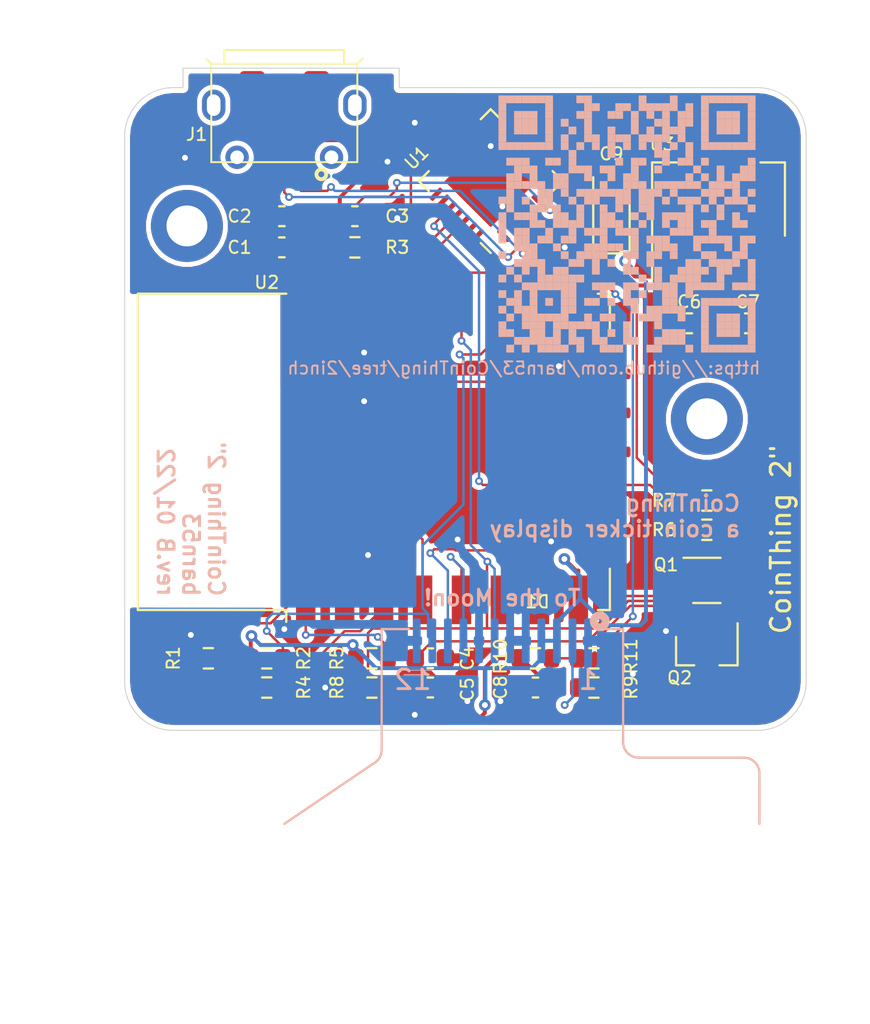
<source format=kicad_pcb>
(kicad_pcb (version 20171130) (host pcbnew "(5.1.9)-1")
  (layers (0 F.Cu signal) (31 B.Cu signal) (34 B.Paste user) (35 F.Paste user) (36 B.SilkS user) (37 F.SilkS user) (38 B.Mask user) (39 F.Mask user) (44 Edge.Cuts user))
  (net 0 "")
  (net 1 GND)
  (net 2 /VDD)
  (net 3 VBUS)
  (net 4 /~Reset)
  (net 5 +3V3)
  (net 6 /~TFT_RES)
  (net 7 /TFT_SDA)
  (net 8 /TFT_SCL)
  (net 9 /GPIO0)
  (net 10 /LEDK)
  (net 11 /D-)
  (net 12 /D+)
  (net 13 /RTS)
  (net 14 /DTR)
  (net 15 /TFT_BL)
  (net 16 /TxD)
  (net 17 /RxD)
  (net 18 "Net-(Q1-Pad2)")
  (net 19 "Net-(Q1-Pad5)")
  (net 20 "Net-(Q2-Pad3)")
  (net 21 "Net-(Q2-Pad1)")
  (net 22 "Net-(R1-Pad1)")
  (net 23 "Net-(R3-Pad2)")
  (net 24 "Net-(R4-Pad2)")
  (net 25 "Net-(J1-Pad4)")
  (net 26 "Net-(U1-Pad1)")
  (net 27 "Net-(U1-Pad2)")
  (net 28 "Net-(U1-Pad10)")
  (net 29 "Net-(U1-Pad11)")
  (net 30 "Net-(U1-Pad12)")
  (net 31 "Net-(U1-Pad13)")
  (net 32 "Net-(U1-Pad14)")
  (net 33 "Net-(U1-Pad15)")
  (net 34 "Net-(U1-Pad16)")
  (net 35 "Net-(U1-Pad17)")
  (net 36 "Net-(U1-Pad18)")
  (net 37 "Net-(U1-Pad19)")
  (net 38 "Net-(U1-Pad20)")
  (net 39 "Net-(U1-Pad21)")
  (net 40 "Net-(U1-Pad22)")
  (net 41 "Net-(U1-Pad23)")
  (net 42 "Net-(U1-Pad27)")
  (net 43 /GPIO5)
  (net 44 "Net-(U2-Pad14)")
  (net 45 "Net-(U2-Pad13)")
  (net 46 "Net-(U2-Pad12)")
  (net 47 "Net-(U2-Pad11)")
  (net 48 "Net-(U2-Pad10)")
  (net 49 "Net-(U2-Pad9)")
  (net 50 "Net-(U2-Pad6)")
  (net 51 "Net-(U2-Pad2)")
  (module barn53-kicad:IPS_Display_240x320_FPC_105deg (layer F.Cu) (at 168.8 84.4)
    (fp_text reference D1 (at -2.6 -2) (layer F.SilkS) (effects (font (size 0.635 0.635) (thickness 0.1016)) (justify mirror)))
    (fp_text value IPSDisplay_240x320)
    (fp_text user 1 (at 0 2) (layer B.SilkS) (effects (justify mirror)))
    (fp_text user 12 (at -9 2) (layer B.SilkS) (effects (justify mirror)))
    (pad 1 smd roundrect (at 0 0) (size 0.4 2.3) (layers B.Cu B.Paste B.Mask) (net 1 GND))
    (pad 2 smd roundrect (at -0.8 0) (size 0.4 2.3) (layers B.Cu B.Paste B.Mask) (net 10 /LEDK))
    (pad 3 smd roundrect (at -1.6 0) (size 0.4 2.3) (layers B.Cu B.Paste B.Mask) (net 5 +3V3))
    (pad 4 smd roundrect (at -2.4 0) (size 0.4 2.3) (layers B.Cu B.Paste B.Mask) (net 5 +3V3))
    (pad 5 smd roundrect (at -3.2 0) (size 0.4 2.3) (layers B.Cu B.Paste B.Mask) (net 1 GND))
    (pad 6 smd roundrect (at -4 0) (size 0.4 2.3) (layers B.Cu B.Paste B.Mask) (net 1 GND))
    (pad 7 smd roundrect (at -4.8 0) (size 0.4 2.3) (layers B.Cu B.Paste B.Mask) (net 9 /GPIO0))
    (pad 8 smd roundrect (at -5.6 0) (size 0.4 2.3) (layers B.Cu B.Paste B.Mask) (net 1 GND))
    (pad 9 smd roundrect (at -6.4 0) (size 0.4 2.3) (layers B.Cu B.Paste B.Mask) (net 8 /TFT_SCL))
    (pad 10 smd roundrect (at -7.2 0) (size 0.4 2.3) (layers B.Cu B.Paste B.Mask) (net 7 /TFT_SDA))
    (pad 11 smd roundrect (at -8 0) (size 0.4 2.3) (layers B.Cu B.Paste B.Mask) (net 6 /~TFT_RES))
    (pad 12 smd roundrect (at -8.8 0) (size 0.4 2.3) (layers B.Cu B.Paste B.Mask) (net 1 GND))
  )
  (module https:__github.com_barn53_CoinThing_tree_2inch (layer B.Cu) (at 170.8 63 180)
    (fp_text reference QR***** hide)
    (fp_text value https://github.com/barn53/CoinThing/tree/2inch (at 5.3 -7.4) (layer B.SilkS) (effects (font (size 0.635 0.635) (thickness 0.1)) (justify mirror)))
  )
  (module Capacitor_SMD:C_0603_1608Metric (layer F.Cu) (at 166.1 86.8 180)
    (fp_text reference C8 (at 1.8 0 270) (layer F.SilkS) (effects (font (size 0.635 0.635) (thickness 0.1016))))
    (fp_text value 100n)
    (pad 1 smd roundrect (at -0.775 0 180) (size 0.9 0.95) (layers F.Cu F.Paste F.Mask) (net 5 +3V3))
    (pad 2 smd roundrect (at 0.775 0 180) (size 0.9 0.95) (layers F.Cu F.Paste F.Mask) (net 1 GND))
  )
  (module Capacitor_SMD:C_0603_1608Metric (layer F.Cu) (at 177 68.1)
    (fp_text reference C7 (at 0 -1.1) (layer F.SilkS) (effects (font (size 0.635 0.635) (thickness 0.1016))))
    (fp_text value 100n)
    (pad 1 smd roundrect (at -0.775 0) (size 0.9 0.95) (layers F.Cu F.Paste F.Mask) (net 3 VBUS))
    (pad 2 smd roundrect (at 0.775 0) (size 0.9 0.95) (layers F.Cu F.Paste F.Mask) (net 1 GND))
  )
  (module Capacitor_SMD:C_0603_1608Metric (layer F.Cu) (at 174 68.1 180)
    (fp_text reference C6 (at 0 1.1) (layer F.SilkS) (effects (font (size 0.635 0.635) (thickness 0.1016))))
    (fp_text value 1u)
    (pad 1 smd roundrect (at -0.775 0 180) (size 0.9 0.95) (layers F.Cu F.Paste F.Mask) (net 3 VBUS))
    (pad 2 smd roundrect (at 0.775 0 180) (size 0.9 0.95) (layers F.Cu F.Paste F.Mask) (net 1 GND))
  )
  (module Capacitor_SMD:C_0603_1608Metric (layer F.Cu) (at 160.7 86.8 180)
    (fp_text reference C5 (at -1.9 -0.1 90) (layer F.SilkS) (effects (font (size 0.635 0.635) (thickness 0.1016))))
    (fp_text value 100n)
    (pad 1 smd roundrect (at -0.775 0 180) (size 0.9 0.95) (layers F.Cu F.Paste F.Mask) (net 5 +3V3))
    (pad 2 smd roundrect (at 0.775 0 180) (size 0.9 0.95) (layers F.Cu F.Paste F.Mask) (net 1 GND))
  )
  (module Capacitor_SMD:C_0603_1608Metric (layer F.Cu) (at 160.7 85.3)
    (fp_text reference C4 (at 1.9 0 90) (layer F.SilkS) (effects (font (size 0.635 0.635) (thickness 0.1016))))
    (fp_text value 100n)
    (pad 1 smd roundrect (at -0.775 0) (size 0.9 0.95) (layers F.Cu F.Paste F.Mask) (net 4 /~Reset))
    (pad 2 smd roundrect (at 0.775 0) (size 0.9 0.95) (layers F.Cu F.Paste F.Mask) (net 1 GND))
  )
  (module Capacitor_SMD:C_0603_1608Metric (layer F.Cu) (at 156.825 62.6)
    (fp_text reference C3 (at 2.175 0) (layer F.SilkS) (effects (font (size 0.635 0.635) (thickness 0.1016))))
    (fp_text value 100n)
    (pad 1 smd roundrect (at -0.775 0) (size 0.9 0.95) (layers F.Cu F.Paste F.Mask) (net 3 VBUS))
    (pad 2 smd roundrect (at 0.775 0) (size 0.9 0.95) (layers F.Cu F.Paste F.Mask) (net 1 GND))
  )
  (module Capacitor_SMD:C_0603_1608Metric (layer F.Cu) (at 153.075 64.2 180)
    (fp_text reference C1 (at 2.175 0) (layer F.SilkS) (effects (font (size 0.635 0.635) (thickness 0.1016))))
    (fp_text value 100n)
    (pad 1 smd roundrect (at -0.775 0 180) (size 0.9 0.95) (layers F.Cu F.Paste F.Mask) (net 2 /VDD))
    (pad 2 smd roundrect (at 0.775 0 180) (size 0.9 0.95) (layers F.Cu F.Paste F.Mask) (net 1 GND))
  )
  (module Capacitor_SMD:C_0603_1608Metric (layer F.Cu) (at 153.075 62.6 180)
    (fp_text reference C2 (at 2.175 0) (layer F.SilkS) (effects (font (size 0.635 0.635) (thickness 0.1016))))
    (fp_text value 4.7u)
    (pad 1 smd roundrect (at -0.775 0 180) (size 0.9 0.95) (layers F.Cu F.Paste F.Mask) (net 3 VBUS))
    (pad 2 smd roundrect (at 0.775 0 180) (size 0.9 0.95) (layers F.Cu F.Paste F.Mask) (net 1 GND))
  )
  (module barn53-kicad:MicroUSB_through_hole_fixing (layer F.Cu) (at 153.2 60.1 180)
    (fp_text reference J1 (at 4.5 1.7 180) (layer F.SilkS) (effects (font (size 0.635 0.635) (thickness 0.1016))))
    (fp_text value USB_B_Micro)
    (pad "" thru_hole oval (at 3.625 3.2) (size 1.2 1.6) (drill oval 0.7 1.1) (layers *.Cu *.Mask))
    (pad "" thru_hole oval (at -3.625 3.2) (size 1.2 1.6) (drill oval 0.7 1.1) (layers *.Cu *.Mask))
    (pad "" thru_hole circle (at 2.425 0.525) (size 1.2 1.2) (drill 0.7) (layers *.Cu *.Mask))
    (pad "" thru_hole circle (at -2.425 0.525) (size 1.2 1.2) (drill 0.7) (layers *.Cu *.Mask))
    (pad 5 smd rect (at 1.3 0 180) (size 0.4 1.6) (layers F.Cu F.Paste F.Mask) (net 1 GND))
    (pad 4 smd rect (at 0.65 0 180) (size 0.4 1.6) (layers F.Cu F.Paste F.Mask) (net 25 "Net-(J1-Pad4)"))
    (pad 3 smd rect (at 0 0 180) (size 0.4 1.6) (layers F.Cu F.Paste F.Mask) (net 12 /D+))
    (pad 2 smd rect (at -0.65 0 180) (size 0.4 1.6) (layers F.Cu F.Paste F.Mask) (net 11 /D-))
    (pad 1 smd rect (at -1.3 0 180) (size 0.4 1.6) (layers F.Cu F.Paste F.Mask) (net 3 VBUS))
    (pad 6 smd roundrect (at -1.65 4.5 180) (size 1.3 0.9) (layers F.Cu F.Paste F.Mask) (net 1 GND))
    (pad 6 smd roundrect (at 1.65 4.5 180) (size 1.3 0.9) (layers F.Cu F.Paste F.Mask) (net 1 GND))
  )
  (module Capacitor_Tantalum_SMD:CP_EIA-3216-18_Kemet-A (layer F.Cu) (at 170 62.2 90)
    (fp_text reference C9 (at 2.8 0) (layer F.SilkS) (effects (font (size 0.635 0.635) (thickness 0.1016))))
    (fp_text value 22u)
    (pad 1 smd roundrect (at -1.35 0 90) (size 1.4 1.35) (layers F.Cu F.Paste F.Mask) (roundrect_rratio 0.185185) (net 5 +3V3))
    (pad 2 smd roundrect (at 1.35 0 90) (size 1.4 1.35) (layers F.Cu F.Paste F.Mask) (roundrect_rratio 0.185185) (net 1 GND))
  )
  (module Resistor_SMD:R_0603_1608Metric (layer F.Cu) (at 149.3 85.3 180)
    (fp_text reference R1 (at 1.8 0 90) (layer F.SilkS) (effects (font (size 0.635 0.635) (thickness 0.1016))))
    (fp_text value 10k)
    (pad 1 smd roundrect (at -0.825 0 180) (size 0.8 0.95) (layers F.Cu F.Paste F.Mask) (net 22 "Net-(R1-Pad1)"))
    (pad 2 smd roundrect (at 0.825 0 180) (size 0.8 0.95) (layers F.Cu F.Paste F.Mask) (net 5 +3V3))
  )
  (module Resistor_SMD:R_0603_1608Metric (layer F.Cu) (at 152.3 85.3 180)
    (fp_text reference R2 (at -1.9 0 90) (layer F.SilkS) (effects (font (size 0.635 0.635) (thickness 0.1016))))
    (fp_text value 10k)
    (pad 1 smd roundrect (at -0.825 0 180) (size 0.8 0.95) (layers F.Cu F.Paste F.Mask) (net 6 /~TFT_RES))
    (pad 2 smd roundrect (at 0.825 0 180) (size 0.8 0.95) (layers F.Cu F.Paste F.Mask) (net 5 +3V3))
  )
  (module Resistor_SMD:R_0603_1608Metric (layer F.Cu) (at 156.825 64.2)
    (fp_text reference R3 (at 2.175 0) (layer F.SilkS) (effects (font (size 0.635 0.635) (thickness 0.1016))))
    (fp_text value 10k)
    (pad 1 smd roundrect (at -0.825 0) (size 0.8 0.95) (layers F.Cu F.Paste F.Mask) (net 2 /VDD))
    (pad 2 smd roundrect (at 0.825 0) (size 0.8 0.95) (layers F.Cu F.Paste F.Mask) (net 23 "Net-(R3-Pad2)"))
  )
  (module Resistor_SMD:R_0603_1608Metric (layer F.Cu) (at 152.3 86.8 180)
    (fp_text reference R4 (at -1.9 0 90) (layer F.SilkS) (effects (font (size 0.635 0.635) (thickness 0.1016))))
    (fp_text value 10k)
    (pad 1 smd roundrect (at -0.825 0 180) (size 0.8 0.95) (layers F.Cu F.Paste F.Mask) (net 1 GND))
    (pad 2 smd roundrect (at 0.825 0 180) (size 0.8 0.95) (layers F.Cu F.Paste F.Mask) (net 24 "Net-(R4-Pad2)"))
  )
  (module Resistor_SMD:R_0603_1608Metric (layer F.Cu) (at 157.7 85.3 180)
    (fp_text reference R5 (at 1.8 0 90) (layer F.SilkS) (effects (font (size 0.635 0.635) (thickness 0.1016))))
    (fp_text value 10k)
    (pad 1 smd roundrect (at -0.825 0 180) (size 0.8 0.95) (layers F.Cu F.Paste F.Mask) (net 4 /~Reset))
    (pad 2 smd roundrect (at 0.825 0 180) (size 0.8 0.95) (layers F.Cu F.Paste F.Mask) (net 5 +3V3))
  )
  (module Resistor_SMD:R_0603_1608Metric (layer F.Cu) (at 174.9 78.7)
    (fp_text reference R6 (at -2.2 0) (layer F.SilkS) (effects (font (size 0.635 0.635) (thickness 0.1016))))
    (fp_text value 10k)
    (pad 1 smd roundrect (at -0.825 0) (size 0.8 0.95) (layers F.Cu F.Paste F.Mask) (net 18 "Net-(Q1-Pad2)"))
    (pad 2 smd roundrect (at 0.825 0) (size 0.8 0.95) (layers F.Cu F.Paste F.Mask) (net 14 /DTR))
  )
  (module Resistor_SMD:R_0603_1608Metric (layer F.Cu) (at 174.9 77.2)
    (fp_text reference R7 (at -2.2 0) (layer F.SilkS) (effects (font (size 0.635 0.635) (thickness 0.1016))))
    (fp_text value 10k)
    (pad 1 smd roundrect (at -0.825 0) (size 0.8 0.95) (layers F.Cu F.Paste F.Mask) (net 13 /RTS))
    (pad 2 smd roundrect (at 0.825 0) (size 0.8 0.95) (layers F.Cu F.Paste F.Mask) (net 19 "Net-(Q1-Pad5)"))
  )
  (module Resistor_SMD:R_0603_1608Metric (layer F.Cu) (at 157.7 86.8)
    (fp_text reference R8 (at -1.8 0 90) (layer F.SilkS) (effects (font (size 0.635 0.635) (thickness 0.1016))))
    (fp_text value 10k)
    (pad 1 smd roundrect (at -0.825 0) (size 0.8 0.95) (layers F.Cu F.Paste F.Mask) (net 9 /GPIO0))
    (pad 2 smd roundrect (at 0.825 0) (size 0.8 0.95) (layers F.Cu F.Paste F.Mask) (net 5 +3V3))
  )
  (module Resistor_SMD:R_0603_1608Metric (layer F.Cu) (at 169.1 86.8)
    (fp_text reference R9 (at 1.9 0 90) (layer F.SilkS) (effects (font (size 0.635 0.635) (thickness 0.1016))))
    (fp_text value 10)
    (pad 1 smd roundrect (at -0.825 0) (size 0.8 0.95) (layers F.Cu F.Paste F.Mask) (net 10 /LEDK))
    (pad 2 smd roundrect (at 0.825 0) (size 0.8 0.95) (layers F.Cu F.Paste F.Mask) (net 20 "Net-(Q2-Pad3)"))
  )
  (module Resistor_SMD:R_0603_1608Metric (layer F.Cu) (at 166.1 85.3 180)
    (fp_text reference R10 (at 1.8 0.1 90) (layer F.SilkS) (effects (font (size 0.635 0.635) (thickness 0.1016))))
    (fp_text value 10k)
    (pad 1 smd roundrect (at -0.825 0 180) (size 0.8 0.95) (layers F.Cu F.Paste F.Mask) (net 21 "Net-(Q2-Pad1)"))
    (pad 2 smd roundrect (at 0.825 0 180) (size 0.8 0.95) (layers F.Cu F.Paste F.Mask) (net 5 +3V3))
  )
  (module Resistor_SMD:R_0603_1608Metric (layer F.Cu) (at 169.1 85.3)
    (fp_text reference R11 (at 1.9 -0.1 90) (layer F.SilkS) (effects (font (size 0.635 0.635) (thickness 0.1016))))
    (fp_text value 1k)
    (pad 1 smd roundrect (at -0.825 0) (size 0.8 0.95) (layers F.Cu F.Paste F.Mask) (net 21 "Net-(Q2-Pad1)"))
    (pad 2 smd roundrect (at 0.825 0) (size 0.8 0.95) (layers F.Cu F.Paste F.Mask) (net 15 /TFT_BL))
  )
  (module MountingHole (layer F.Cu) (at 144.7 62.3)
    (fp_text reference h1 hide)
    (fp_text value MountingHole hide)
    (pad "" thru_hole circle (at 3.5 0.8) (size 3.7 3.7) (drill 2.1) (layers *.Cu *.Mask))
  )
  (module MountingHole (layer F.Cu) (at 171.4 72.2)
    (fp_text reference h2 hide)
    (fp_text value MountingHole hide)
    (pad "" thru_hole circle (at 3.5 0.8) (size 3.7 3.7) (drill 2.1) (layers *.Cu *.Mask))
  )
  (module Package_DFN_QFN:QFN-28-1EP_5x5mm_P0.5mm_EP3.35x3.35mm (layer F.Cu) (at 163.8 60.8 135)
    (fp_text reference U1 (at 3.535534 -1.838478 225) (layer F.SilkS) (effects (font (size 0.635 0.635) (thickness 0.1016))))
    (fp_text value CP2102-GMR_NRND)
    (pad 1 smd roundrect (at -2.45 -1.5 135) (size 0.8 0.25) (layers F.Cu F.Paste F.Mask) (net 26 "Net-(U1-Pad1)"))
    (pad 2 smd roundrect (at -2.45 -1 135) (size 0.8 0.25) (layers F.Cu F.Paste F.Mask) (net 27 "Net-(U1-Pad2)"))
    (pad 3 smd roundrect (at -2.45 -0.5 135) (size 0.8 0.25) (layers F.Cu F.Paste F.Mask) (net 1 GND))
    (pad 4 smd roundrect (at -2.45 0 135) (size 0.8 0.25) (layers F.Cu F.Paste F.Mask) (net 12 /D+))
    (pad 5 smd roundrect (at -2.45 0.5 135) (size 0.8 0.25) (layers F.Cu F.Paste F.Mask) (net 11 /D-))
    (pad 6 smd roundrect (at -2.45 1 135) (size 0.8 0.25) (layers F.Cu F.Paste F.Mask) (net 2 /VDD))
    (pad 7 smd roundrect (at -2.45 1.5 135) (size 0.8 0.25) (layers F.Cu F.Paste F.Mask) (net 3 VBUS))
    (pad 8 smd roundrect (at -1.5 2.45 135) (size 0.25 0.8) (layers F.Cu F.Paste F.Mask) (net 3 VBUS))
    (pad 9 smd roundrect (at -1 2.45 135) (size 0.25 0.8) (layers F.Cu F.Paste F.Mask) (net 23 "Net-(R3-Pad2)"))
    (pad 10 smd roundrect (at -0.5 2.45 135) (size 0.25 0.8) (layers F.Cu F.Paste F.Mask) (net 28 "Net-(U1-Pad10)"))
    (pad 11 smd roundrect (at 0 2.45 135) (size 0.25 0.8) (layers F.Cu F.Paste F.Mask) (net 29 "Net-(U1-Pad11)"))
    (pad 12 smd roundrect (at 0.5 2.45 135) (size 0.25 0.8) (layers F.Cu F.Paste F.Mask) (net 30 "Net-(U1-Pad12)"))
    (pad 13 smd roundrect (at 1 2.45 135) (size 0.25 0.8) (layers F.Cu F.Paste F.Mask) (net 31 "Net-(U1-Pad13)"))
    (pad 14 smd roundrect (at 1.5 2.45 135) (size 0.25 0.8) (layers F.Cu F.Paste F.Mask) (net 32 "Net-(U1-Pad14)"))
    (pad 15 smd roundrect (at 2.45 1.5 135) (size 0.8 0.25) (layers F.Cu F.Paste F.Mask) (net 33 "Net-(U1-Pad15)"))
    (pad 16 smd roundrect (at 2.45 1 135) (size 0.8 0.25) (layers F.Cu F.Paste F.Mask) (net 34 "Net-(U1-Pad16)"))
    (pad 17 smd roundrect (at 2.45 0.5 135) (size 0.8 0.25) (layers F.Cu F.Paste F.Mask) (net 35 "Net-(U1-Pad17)"))
    (pad 18 smd roundrect (at 2.45 0 135) (size 0.8 0.25) (layers F.Cu F.Paste F.Mask) (net 36 "Net-(U1-Pad18)"))
    (pad 19 smd roundrect (at 2.45 -0.5 135) (size 0.8 0.25) (layers F.Cu F.Paste F.Mask) (net 37 "Net-(U1-Pad19)"))
    (pad 20 smd roundrect (at 2.45 -1 135) (size 0.8 0.25) (layers F.Cu F.Paste F.Mask) (net 38 "Net-(U1-Pad20)"))
    (pad 21 smd roundrect (at 2.45 -1.5 135) (size 0.8 0.25) (layers F.Cu F.Paste F.Mask) (net 39 "Net-(U1-Pad21)"))
    (pad 22 smd roundrect (at 1.5 -2.45 135) (size 0.25 0.8) (layers F.Cu F.Paste F.Mask) (net 40 "Net-(U1-Pad22)"))
    (pad 23 smd roundrect (at 1 -2.45 135) (size 0.25 0.8) (layers F.Cu F.Paste F.Mask) (net 41 "Net-(U1-Pad23)"))
    (pad 24 smd roundrect (at 0.5 -2.45 135) (size 0.25 0.8) (layers F.Cu F.Paste F.Mask) (net 13 /RTS))
    (pad 25 smd roundrect (at 0 -2.45 135) (size 0.25 0.8) (layers F.Cu F.Paste F.Mask) (net 17 /RxD))
    (pad 26 smd roundrect (at -0.5 -2.45 135) (size 0.25 0.8) (layers F.Cu F.Paste F.Mask) (net 16 /TxD))
    (pad 27 smd roundrect (at -1 -2.45 135) (size 0.25 0.8) (layers F.Cu F.Paste F.Mask) (net 42 "Net-(U1-Pad27)"))
    (pad 28 smd roundrect (at -1.5 -2.45 135) (size 0.25 0.8) (layers F.Cu F.Paste F.Mask) (net 14 /DTR))
    (pad 29 smd rect (at 0 0 135) (size 3.35 3.35) (layers F.Cu F.Mask) (net 1 GND))
  )
  (module barn53-kicad:ESP-12E (layer F.Cu) (at 157.8 74.7 90)
    (fp_text reference U2 (at 8.7 -5.5 180) (layer F.SilkS) (effects (font (size 0.635 0.635) (thickness 0.1016))))
    (fp_text value ESP-12E)
    (pad 22 smd rect (at 7.6 -3.5 90) (size 2.5 1) (layers F.Cu F.Paste F.Mask) (net 17 /RxD))
    (pad 21 smd rect (at 7.6 -1.5 90) (size 2.5 1) (layers F.Cu F.Paste F.Mask) (net 16 /TxD))
    (pad 20 smd rect (at 7.6 0.5 90) (size 2.5 1) (layers F.Cu F.Paste F.Mask) (net 43 /GPIO5))
    (pad 19 smd rect (at 7.6 2.5 90) (size 2.5 1) (layers F.Cu F.Paste F.Mask) (net 15 /TFT_BL))
    (pad 18 smd rect (at 7.6 4.5 90) (size 2.5 1) (layers F.Cu F.Paste F.Mask) (net 9 /GPIO0))
    (pad 17 smd rect (at 7.6 6.5 90) (size 2.5 1) (layers F.Cu F.Paste F.Mask) (net 6 /~TFT_RES))
    (pad 16 smd rect (at 7.6 8.5 90) (size 2.5 1) (layers F.Cu F.Paste F.Mask) (net 24 "Net-(R4-Pad2)"))
    (pad 15 smd rect (at 7.6 10.5 90) (size 2.5 1) (layers F.Cu F.Paste F.Mask) (net 1 GND))
    (pad 14 smd rect (at 5 12 90) (size 1 1.8) (layers F.Cu F.Paste F.Mask) (net 44 "Net-(U2-Pad14)"))
    (pad 13 smd rect (at 3 12 90) (size 1 1.8) (layers F.Cu F.Paste F.Mask) (net 45 "Net-(U2-Pad13)"))
    (pad 12 smd rect (at 1 12 90) (size 1 1.8) (layers F.Cu F.Paste F.Mask) (net 46 "Net-(U2-Pad12)"))
    (pad 11 smd rect (at -1 12 90) (size 1 1.8) (layers F.Cu F.Paste F.Mask) (net 47 "Net-(U2-Pad11)"))
    (pad 10 smd rect (at -3 12 90) (size 1 1.8) (layers F.Cu F.Paste F.Mask) (net 48 "Net-(U2-Pad10)"))
    (pad 9 smd rect (at -5 12 90) (size 1 1.8) (layers F.Cu F.Paste F.Mask) (net 49 "Net-(U2-Pad9)"))
    (pad 8 smd rect (at -7.6 10.5 90) (size 2.5 1) (layers F.Cu F.Paste F.Mask) (net 5 +3V3))
    (pad 7 smd rect (at -7.6 8.5 90) (size 2.5 1) (layers F.Cu F.Paste F.Mask) (net 7 /TFT_SDA))
    (pad 6 smd rect (at -7.6 6.5 90) (size 2.5 1) (layers F.Cu F.Paste F.Mask) (net 50 "Net-(U2-Pad6)"))
    (pad 5 smd rect (at -7.6 4.5 90) (size 2.5 1) (layers F.Cu F.Paste F.Mask) (net 8 /TFT_SCL))
    (pad 4 smd rect (at -7.6 2.5 90) (size 2.5 1) (layers F.Cu F.Paste F.Mask) (net 4 /~Reset))
    (pad 3 smd rect (at -7.6 0.5 90) (size 2.5 1) (layers F.Cu F.Paste F.Mask) (net 22 "Net-(R1-Pad1)"))
    (pad 2 smd rect (at -7.6 -1.5 90) (size 2.5 1) (layers F.Cu F.Paste F.Mask) (net 51 "Net-(U2-Pad2)"))
    (pad 1 smd rect (at -7.6 -3.5 90) (size 2.5 1) (layers F.Cu F.Paste F.Mask) (net 4 /~Reset))
  )
  (module Package_TO_SOT_SMD:SOT-223-3_TabPin2 (layer F.Cu) (at 175.5 61.75 90)
    (fp_text reference U3 (at 2.85 -2.9 180) (layer F.SilkS) (effects (font (size 0.635 0.635) (thickness 0.1016))))
    (fp_text value AMS1117-3.3)
    (pad 2 smd rect (at 3.15 0 90) (size 2 3.8) (layers F.Cu F.Paste F.Mask) (net 5 +3V3))
    (pad 2 smd rect (at -3.15 0 90) (size 2 1.5) (layers F.Cu F.Paste F.Mask) (net 5 +3V3))
    (pad 3 smd rect (at -3.15 2.3 90) (size 2 1.5) (layers F.Cu F.Paste F.Mask) (net 3 VBUS))
    (pad 1 smd rect (at -3.15 -2.3 90) (size 2 1.5) (layers F.Cu F.Paste F.Mask) (net 1 GND))
  )
  (module Package_TO_SOT_SMD:SOT-363_SC-70-6 (layer F.Cu) (at 174.9 81.3)
    (fp_text reference Q1 (at -2.1 -0.8) (layer F.SilkS) (effects (font (size 0.635 0.635) (thickness 0.1016))))
    (fp_text value BC847BS)
    (pad 1 smd rect (at -0.95 -0.65) (size 0.65 0.4) (layers F.Cu F.Paste F.Mask) (net 13 /RTS))
    (pad 3 smd rect (at -0.95 0.65) (size 0.65 0.4) (layers F.Cu F.Paste F.Mask) (net 9 /GPIO0))
    (pad 5 smd rect (at 0.95 0) (size 0.65 0.4) (layers F.Cu F.Paste F.Mask) (net 19 "Net-(Q1-Pad5)"))
    (pad 2 smd rect (at -0.95 0) (size 0.65 0.4) (layers F.Cu F.Paste F.Mask) (net 18 "Net-(Q1-Pad2)"))
    (pad 4 smd rect (at 0.95 0.65) (size 0.65 0.4) (layers F.Cu F.Paste F.Mask) (net 14 /DTR))
    (pad 6 smd rect (at 0.95 -0.65) (size 0.65 0.4) (layers F.Cu F.Paste F.Mask) (net 4 /~Reset))
  )
  (module Package_TO_SOT_SMD:SOT-23 (layer F.Cu) (at 174.9 84.9 270)
    (fp_text reference Q2 (at 1.4 1.4 180) (layer F.SilkS) (effects (font (size 0.635 0.635) (thickness 0.1016))))
    (fp_text value S8050_J3Y)
    (pad 1 smd rect (at -1 -0.95 270) (size 0.9 0.8) (layers F.Cu F.Paste F.Mask) (net 21 "Net-(Q2-Pad1)"))
    (pad 2 smd rect (at -1 0.95 270) (size 0.9 0.8) (layers F.Cu F.Paste F.Mask) (net 1 GND))
    (pad 3 smd rect (at 1 0 270) (size 0.9 0.8) (layers F.Cu F.Paste F.Mask) (net 20 "Net-(Q2-Pad3)"))
  )
  (gr_arc (start 147.5 58.5) (end 147.5 56) (angle -90) (layer Edge.Cuts) (width 0.05))
  (gr_arc (start 177.5 58.5) (end 180 58.5) (angle -90) (layer Edge.Cuts) (width 0.05))
  (gr_arc (start 177.5 86.5) (end 177.5 89) (angle -90) (layer Edge.Cuts) (width 0.05))
  (gr_arc (start 147.5 86.5) (end 145 86.5) (angle -90) (layer Edge.Cuts) (width 0.05))
  (gr_line (start 148 56) (end 147.5 56) (layer Edge.Cuts) (width 0.05))
  (gr_text "CoinThing 2\"" (at 178.7 79.2 90) (layer F.SilkS) (effects (font (size 1 1))))
  (gr_text "CoinThing\na coin ticker display" (at 176.7 78) (layer B.SilkS) (effects (font (size 0.8128 0.8128) (thickness 0.1524)) (justify left mirror)))
  (gr_text "CoinThing 2\"\nbarn53\nrev.B 01/22" (at 148.4 82.2 -90) (layer B.SilkS) (effects (font (size 0.8128 0.8128) (thickness 0.1524)) (justify left mirror)))
  (gr_text "To the Moon!" (at 168.5 82.2) (layer B.SilkS) (effects (font (size 0.8128 0.8128) (thickness 0.1524)) (justify left mirror)))
  (gr_line (start 148 56) (end 148 55) (layer Edge.Cuts) (width 0.05))
  (gr_line (start 159.1 56) (end 159.1 55) (layer Edge.Cuts) (width 0.05))
  (gr_line (start 177.5 56) (end 159.1 56) (layer Edge.Cuts) (width 0.05))
  (gr_line (start 145 86.5) (end 145 58.5) (layer Edge.Cuts) (width 0.05))
  (gr_line (start 177.5 89) (end 147.5 89) (layer Edge.Cuts) (width 0.05))
  (gr_line (start 180 58.5) (end 180 86.5) (layer Edge.Cuts) (width 0.05))
  (gr_line (start 148 55) (end 159.1 55) (layer Edge.Cuts) (width 0.05))
  (via (at 163.8 59) (size 0.6) (drill 0.3) (layers F.Cu B.Cu) (net 1))
  (segment (start 163.8 61.507107) (end 163.8 60.8) (width 0.2032) (layer F.Cu) (net 1))
  (segment (start 165.178858 62.885965) (end 163.8 61.507107) (width 0.2032) (layer F.Cu) (net 1))
  (via (at 159 62.7) (size 0.6) (drill 0.3) (layers F.Cu B.Cu) (net 1))
  (via (at 158.5 59.8) (size 0.6) (drill 0.3) (layers F.Cu B.Cu) (net 1))
  (via (at 167.6 64.2) (size 0.6) (drill 0.3) (layers F.Cu B.Cu) (net 1))
  (via (at 167.3 70.3) (size 0.6) (drill 0.3) (layers F.Cu B.Cu) (net 1))
  (via (at 166.9 79.3) (size 0.6) (drill 0.3) (layers F.Cu B.Cu) (net 1))
  (via (at 157.5 80) (size 0.6) (drill 0.3) (layers F.Cu B.Cu) (net 1))
  (via (at 155.3 86.8) (size 0.6) (drill 0.3) (layers F.Cu B.Cu) (net 1))
  (via (at 162.6 87.5) (size 0.6) (drill 0.3) (layers F.Cu B.Cu) (net 1))
  (via (at 164.3 87.5) (size 0.6) (drill 0.3) (layers F.Cu B.Cu) (net 1))
  (via (at 171.1 86.1) (size 0.6) (drill 0.3) (layers F.Cu B.Cu) (net 1))
  (via (at 172.8 83.9) (size 0.6) (drill 0.3) (layers F.Cu B.Cu) (net 1))
  (via (at 164.4 62.1) (size 0.6) (drill 0.3) (layers F.Cu B.Cu) (net 1))
  (via (at 162.1 79.2) (size 0.6) (drill 0.3) (layers F.Cu B.Cu) (net 1))
  (via (at 153.2 83.8) (size 0.6) (drill 0.3) (layers F.Cu B.Cu) (net 1))
  (via (at 159.9 57.8) (size 0.6) (drill 0.3) (layers F.Cu B.Cu) (net 1))
  (via (at 148.1 59.6) (size 0.6) (drill 0.3) (layers F.Cu B.Cu) (net 1))
  (via (at 157.3 69.6) (size 0.6) (drill 0.3) (layers F.Cu B.Cu) (net 1))
  (via (at 157.3 72.1) (size 0.6) (drill 0.3) (layers F.Cu B.Cu) (net 1))
  (via (at 159.9 88.2) (size 0.6) (drill 0.3) (layers F.Cu B.Cu) (net 1))
  (via (at 148.4 84.1) (size 0.6) (drill 0.3) (layers F.Cu B.Cu) (net 1))
  (segment (start 166.8477 62.2912) (end 166.7054 62.2912) (width 0.127) (layer F.Cu) (net 2))
  (segment (start 166.7054 62.2912) (end 166.2395 61.8253) (width 0.127) (layer F.Cu) (net 2))
  (segment (start 158.9817 60.8846) (end 165.4411 60.8846) (width 0.127) (layer B.Cu) (net 2))
  (segment (start 165.4411 60.8846) (end 166.8477 62.2912) (width 0.127) (layer B.Cu) (net 2))
  (via (at 166.8477 62.2912) (size 0.4) (drill 0.2) (layers F.Cu B.Cu) (net 2))
  (via (at 158.9817 60.8846) (size 0.4) (drill 0.2) (layers F.Cu B.Cu) (net 2))
  (segment (start 153.85 64.2) (end 156 64.2) (width 0.127) (layer F.Cu) (net 2))
  (segment (start 156.8 63.4) (end 156 64.2) (width 0.127) (layer F.Cu) (net 2))
  (segment (start 156.8 62.1125) (end 156.8 63.4) (width 0.127) (layer F.Cu) (net 2))
  (segment (start 157.3125 61.6) (end 156.8 62.1125) (width 0.127) (layer F.Cu) (net 2))
  (segment (start 158.6 61.6) (end 157.3125 61.6) (width 0.127) (layer F.Cu) (net 2))
  (segment (start 158.9817 61.2183) (end 158.6 61.6) (width 0.127) (layer F.Cu) (net 2))
  (segment (start 158.9817 60.8846) (end 158.9817 61.2183) (width 0.127) (layer F.Cu) (net 2))
  (segment (start 174.775 68.1) (end 176.225 68.1) (width 0.2032) (layer F.Cu) (net 3))
  (segment (start 177.8 64.9) (end 177.8 66.525) (width 0.2032) (layer F.Cu) (net 3))
  (segment (start 177.8 66.525) (end 176.225 68.1) (width 0.2032) (layer F.Cu) (net 3))
  (segment (start 153.85 62.6) (end 156.05 62.6) (width 0.2032) (layer F.Cu) (net 3))
  (segment (start 156.05 61.65) (end 156.05 62.6) (width 0.2032) (layer F.Cu) (net 3))
  (segment (start 156.9 60.8) (end 156.05 61.65) (width 0.2032) (layer F.Cu) (net 3))
  (segment (start 156.9 59.4) (end 156.9 60.8) (width 0.2032) (layer F.Cu) (net 3))
  (segment (start 156.8959 59.3959) (end 156.9 59.4) (width 0.2032) (layer F.Cu) (net 3))
  (segment (start 156.8959 58.6959) (end 156.8959 59.3959) (width 0.2032) (layer F.Cu) (net 3))
  (segment (start 154.5 59.0968) (end 154.5 60.1) (width 0.2032) (layer F.Cu) (net 3))
  (segment (start 154.9009 58.6959) (end 154.5 59.0968) (width 0.2032) (layer F.Cu) (net 3))
  (segment (start 160.3469 58.6959) (end 154.9009 58.6959) (width 0.2032) (layer F.Cu) (net 3))
  (segment (start 172.8294 66.1544) (end 171.013 66.1544) (width 0.2032) (layer F.Cu) (net 3))
  (segment (start 162.160311 56.882489) (end 160.3469 58.6959) (width 0.2032) (layer F.Cu) (net 3))
  (segment (start 165.331517 56.882489) (end 162.160311 56.882489) (width 0.2032) (layer F.Cu) (net 3))
  (segment (start 174.775 68.1) (end 172.8294 66.1544) (width 0.2032) (layer F.Cu) (net 3))
  (segment (start 167.302 58.852972) (end 165.331517 56.882489) (width 0.2032) (layer F.Cu) (net 3))
  (segment (start 171.013 66.1544) (end 167.302 62.4434) (width 0.2032) (layer F.Cu) (net 3))
  (segment (start 166.593072 60.128249) (end 166.593072 61.471751) (width 0.2032) (layer F.Cu) (net 3))
  (segment (start 167.071751 60.128249) (end 167.302 59.898) (width 0.2032) (layer F.Cu) (net 3))
  (segment (start 166.593072 60.128249) (end 167.071751 60.128249) (width 0.2032) (layer F.Cu) (net 3))
  (segment (start 167.302 59.898) (end 167.302 58.852972) (width 0.2032) (layer F.Cu) (net 3))
  (segment (start 167.302 62.4434) (end 167.302 59.898) (width 0.2032) (layer F.Cu) (net 3))
  (segment (start 158.525 85.3) (end 159.925 85.3) (width 0.127) (layer F.Cu) (net 4))
  (via (at 154.3 84.1) (size 0.4) (drill 0.2) (layers F.Cu B.Cu) (net 4))
  (segment (start 154.3 84.1) (end 154.3 82.3) (width 0.127) (layer F.Cu) (net 4))
  (segment (start 175.3342 81.443) (end 174.423189 82.354011) (width 0.127) (layer F.Cu) (net 4))
  (segment (start 160.7976 84.4274) (end 159.925 85.3) (width 0.127) (layer F.Cu) (net 4))
  (segment (start 168.7879 84.4274) (end 160.7976 84.4274) (width 0.127) (layer F.Cu) (net 4))
  (segment (start 175.3342 80.7138) (end 175.3342 81.443) (width 0.127) (layer F.Cu) (net 4))
  (segment (start 175.398 80.65) (end 175.3342 80.7138) (width 0.127) (layer F.Cu) (net 4))
  (segment (start 170.861289 82.354011) (end 168.7879 84.4274) (width 0.127) (layer F.Cu) (net 4))
  (segment (start 175.85 80.65) (end 175.398 80.65) (width 0.127) (layer F.Cu) (net 4))
  (segment (start 174.423189 82.354011) (end 170.861289 82.354011) (width 0.127) (layer F.Cu) (net 4))
  (via (at 158.000022 84.2) (size 0.4) (drill 0.2) (layers F.Cu B.Cu) (net 4))
  (segment (start 154.3 84.1) (end 157.900022 84.1) (width 0.127) (layer B.Cu) (net 4))
  (segment (start 158.525 85.3) (end 158.525 84.724978) (width 0.127) (layer F.Cu) (net 4))
  (segment (start 157.900022 84.1) (end 158.000022 84.2) (width 0.127) (layer B.Cu) (net 4))
  (segment (start 158.525 84.724978) (end 158.000022 84.2) (width 0.127) (layer F.Cu) (net 4))
  (segment (start 154.3 79.2) (end 154.3 82.3) (width 0.127) (layer F.Cu) (net 4))
  (segment (start 154.6 78.9) (end 154.3 79.2) (width 0.127) (layer F.Cu) (net 4))
  (segment (start 160 78.9) (end 154.6 78.9) (width 0.127) (layer F.Cu) (net 4))
  (segment (start 160.3 79.2) (end 160 78.9) (width 0.127) (layer F.Cu) (net 4))
  (segment (start 160.3 82.3) (end 160.3 79.2) (width 0.127) (layer F.Cu) (net 4))
  (segment (start 163.5282 85.8048) (end 165.9223 85.8048) (width 0.2032) (layer B.Cu) (net 5))
  (segment (start 165.9223 85.8048) (end 166.4 85.3271) (width 0.2032) (layer B.Cu) (net 5))
  (segment (start 166.4 85.3271) (end 166.4 84.4) (width 0.2032) (layer B.Cu) (net 5))
  (segment (start 166.4 84.4) (end 167.2 84.4) (width 0.2032) (layer B.Cu) (net 5))
  (segment (start 165.275 85.3) (end 165.375 85.3) (width 0.2032) (layer F.Cu) (net 5))
  (segment (start 165.375 85.3) (end 166.875 86.8) (width 0.2032) (layer F.Cu) (net 5))
  (segment (start 158.525 86.8) (end 159.2947 86.0303) (width 0.2032) (layer F.Cu) (net 5))
  (segment (start 159.2947 86.0303) (end 160.7053 86.0303) (width 0.2032) (layer F.Cu) (net 5))
  (segment (start 160.7053 86.0303) (end 161.475 86.8) (width 0.2032) (layer F.Cu) (net 5))
  (segment (start 168.3982 82.2477) (end 167.2 83.4459) (width 0.2032) (layer B.Cu) (net 5))
  (segment (start 167.2 83.4459) (end 167.2 84.4) (width 0.2032) (layer B.Cu) (net 5))
  (segment (start 167.5836 80.2) (end 167.5836 80.2768) (width 0.2032) (layer B.Cu) (net 5))
  (segment (start 167.5836 80.2768) (end 168.3982 81.0914) (width 0.2032) (layer B.Cu) (net 5))
  (segment (start 168.3982 81.0914) (end 168.3982 82.2477) (width 0.2032) (layer B.Cu) (net 5))
  (segment (start 148.475 85.3) (end 150.9942 87.8192) (width 0.2032) (layer F.Cu) (net 5))
  (segment (start 150.9942 87.8192) (end 157.5058 87.8192) (width 0.2032) (layer F.Cu) (net 5))
  (segment (start 157.5058 87.8192) (end 158.525 86.8) (width 0.2032) (layer F.Cu) (net 5))
  (segment (start 151.475 85.3) (end 151.475 84.1921) (width 0.2032) (layer F.Cu) (net 5))
  (segment (start 151.475 84.1921) (end 151.5152 84.1519) (width 0.2032) (layer F.Cu) (net 5))
  (segment (start 168.3 82.3) (end 168.3 80.7957) (width 0.2032) (layer F.Cu) (net 5))
  (segment (start 168.3 80.7957) (end 168.1793 80.7957) (width 0.2032) (layer F.Cu) (net 5))
  (segment (start 168.1793 80.7957) (end 167.5836 80.2) (width 0.2032) (layer F.Cu) (net 5))
  (via (at 151.5152 84.1519) (size 0.6) (drill 0.3) (layers F.Cu B.Cu) (net 5))
  (via (at 167.5836 80.2) (size 0.6) (drill 0.3) (layers F.Cu B.Cu) (net 5))
  (via (at 156.7168 84.61591) (size 0.6) (drill 0.3) (layers F.Cu B.Cu) (net 5))
  (segment (start 163.5282 85.8048) (end 157.90569 85.8048) (width 0.2032) (layer B.Cu) (net 5))
  (segment (start 151.5152 84.1519) (end 151.97921 84.61591) (width 0.2032) (layer B.Cu) (net 5))
  (segment (start 156.875 85.3) (end 156.875 84.77411) (width 0.2032) (layer F.Cu) (net 5))
  (segment (start 156.875 84.77411) (end 156.7168 84.61591) (width 0.2032) (layer F.Cu) (net 5))
  (segment (start 157.90569 85.8048) (end 156.7168 84.61591) (width 0.2032) (layer B.Cu) (net 5))
  (segment (start 151.97921 84.61591) (end 156.7168 84.61591) (width 0.2032) (layer B.Cu) (net 5))
  (via (at 170.7 64.9) (size 0.6) (drill 0.3) (layers F.Cu B.Cu) (net 5))
  (segment (start 171.3921 63.55) (end 171.3921 64.2079) (width 0.2032) (layer F.Cu) (net 5))
  (segment (start 171.3921 64.2079) (end 170.7 64.9) (width 0.2032) (layer F.Cu) (net 5))
  (segment (start 171.7738 65.9738) (end 170.7 64.9) (width 0.2032) (layer B.Cu) (net 5))
  (segment (start 171.5 83.6) (end 171.7738 83.3262) (width 0.2032) (layer B.Cu) (net 5))
  (segment (start 169.7505 83.6) (end 171.5 83.6) (width 0.2032) (layer B.Cu) (net 5))
  (segment (start 171.7738 83.3262) (end 171.7738 65.9738) (width 0.2032) (layer B.Cu) (net 5))
  (segment (start 168.3982 82.2477) (end 169.7505 83.6) (width 0.2032) (layer B.Cu) (net 5))
  (segment (start 171.3921 63.55) (end 170 63.55) (width 0.2032) (layer F.Cu) (net 5))
  (segment (start 171.3921 63.55) (end 171.3921 59.3079) (width 0.2032) (layer F.Cu) (net 5))
  (segment (start 172.1 58.6) (end 175.5 58.6) (width 0.2032) (layer F.Cu) (net 5))
  (segment (start 171.3921 59.3079) (end 172.1 58.6) (width 0.2032) (layer F.Cu) (net 5))
  (segment (start 175.5 58.6) (end 175.5 64.9) (width 0.2032) (layer F.Cu) (net 5))
  (via (at 163.5 87.699994) (size 0.6) (drill 0.3) (layers F.Cu B.Cu) (net 5))
  (segment (start 163.5282 85.8048) (end 163.5282 87.671794) (width 0.2032) (layer B.Cu) (net 5))
  (segment (start 163.5 87.075) (end 163.5 87.699994) (width 0.2032) (layer F.Cu) (net 5))
  (segment (start 163.5282 87.671794) (end 163.5 87.699994) (width 0.2032) (layer B.Cu) (net 5))
  (segment (start 163.5 85.8) (end 163.5 87.075) (width 0.2032) (layer F.Cu) (net 5))
  (segment (start 164 85.3) (end 163.5 85.8) (width 0.2032) (layer F.Cu) (net 5))
  (segment (start 165.275 85.3) (end 164 85.3) (width 0.2032) (layer F.Cu) (net 5))
  (segment (start 161.475 86.8) (end 161.475 87.775) (width 0.2032) (layer F.Cu) (net 5))
  (segment (start 161.475 87.775) (end 162 88.3) (width 0.2032) (layer F.Cu) (net 5))
  (segment (start 162 88.3) (end 163.3 88.3) (width 0.2032) (layer F.Cu) (net 5))
  (segment (start 163.5 88.1) (end 163.5 87.699994) (width 0.2032) (layer F.Cu) (net 5))
  (segment (start 163.3 88.3) (end 163.5 88.1) (width 0.2032) (layer F.Cu) (net 5))
  (segment (start 160.5844 83.0144) (end 160.5844 84.1844) (width 0.127) (layer B.Cu) (net 6))
  (segment (start 160.5844 84.1844) (end 160.8 84.4) (width 0.127) (layer B.Cu) (net 6))
  (via (at 162.199994 69.7) (size 0.4) (drill 0.2) (layers F.Cu B.Cu) (net 6))
  (segment (start 163.282842 69.7) (end 162.199994 69.7) (width 0.127) (layer F.Cu) (net 6))
  (segment (start 164.3 67.1) (end 164.3 68.682842) (width 0.127) (layer F.Cu) (net 6))
  (segment (start 164.3 68.682842) (end 163.282842 69.7) (width 0.127) (layer F.Cu) (net 6))
  (segment (start 153.125 85.3) (end 153.125 84.725) (width 0.127) (layer F.Cu) (net 6))
  (segment (start 153.125 84.725) (end 152.3 83.9) (width 0.127) (layer F.Cu) (net 6))
  (via (at 152.3 83.9) (size 0.4) (drill 0.2) (layers F.Cu B.Cu) (net 6))
  (segment (start 152.3 83.3) (end 152.3 83.9) (width 0.127) (layer B.Cu) (net 6))
  (segment (start 152.5856 83.0144) (end 152.3 83.3) (width 0.127) (layer B.Cu) (net 6))
  (segment (start 160.5844 83.0144) (end 152.5856 83.0144) (width 0.127) (layer B.Cu) (net 6))
  (segment (start 162.4 69.900006) (end 162.199994 69.7) (width 0.127) (layer B.Cu) (net 6))
  (segment (start 162.4 77.4) (end 162.4 69.900006) (width 0.127) (layer B.Cu) (net 6))
  (segment (start 160.3 79.5) (end 162.4 77.4) (width 0.127) (layer B.Cu) (net 6))
  (segment (start 160.3 82.73) (end 160.3 79.5) (width 0.127) (layer B.Cu) (net 6))
  (segment (start 160.5844 83.0144) (end 160.3 82.73) (width 0.127) (layer B.Cu) (net 6))
  (segment (start 160.900139 79.699861) (end 160.7 79.9) (width 0.127) (layer F.Cu) (net 7))
  (segment (start 166.3 80.8592) (end 165.199266 79.758466) (width 0.127) (layer F.Cu) (net 7))
  (segment (start 161.930068 79.699861) (end 160.900139 79.699861) (width 0.127) (layer F.Cu) (net 7))
  (segment (start 161.988673 79.758466) (end 161.930068 79.699861) (width 0.127) (layer F.Cu) (net 7))
  (segment (start 165.199266 79.758466) (end 161.988673 79.758466) (width 0.127) (layer F.Cu) (net 7))
  (segment (start 166.3 82.3) (end 166.3 80.8592) (width 0.127) (layer F.Cu) (net 7))
  (segment (start 161.6 80.8) (end 160.7 79.9) (width 0.127) (layer B.Cu) (net 7))
  (segment (start 161.6 84.4) (end 161.6 80.8) (width 0.127) (layer B.Cu) (net 7))
  (via (at 160.7 79.9) (size 0.4) (drill 0.2) (layers F.Cu B.Cu) (net 7))
  (segment (start 162.4 84.4) (end 162.4 80.747735) (width 0.127) (layer B.Cu) (net 8))
  (segment (start 162.4 80.747735) (end 161.742627 80.090362) (width 0.127) (layer B.Cu) (net 8))
  (segment (start 162.3 82.3) (end 162.3 80.647735) (width 0.127) (layer F.Cu) (net 8))
  (segment (start 162.3 80.647735) (end 161.742627 80.090362) (width 0.127) (layer F.Cu) (net 8))
  (via (at 161.742627 80.090362) (size 0.4) (drill 0.2) (layers F.Cu B.Cu) (net 8))
  (segment (start 163.628 80.3363) (end 164 80.7083) (width 0.127) (layer B.Cu) (net 9))
  (segment (start 164 80.7083) (end 164 84.4) (width 0.127) (layer B.Cu) (net 9))
  (segment (start 163.6091 83.7662) (end 163.6091 80.3552) (width 0.127) (layer F.Cu) (net 9))
  (segment (start 163.6091 80.3552) (end 163.628 80.3363) (width 0.127) (layer F.Cu) (net 9))
  (via (at 163.628 80.3363) (size 0.4) (drill 0.2) (layers F.Cu B.Cu) (net 9))
  (segment (start 169.0894 83.7662) (end 163.6091 83.7662) (width 0.127) (layer F.Cu) (net 9))
  (segment (start 173.95 81.95) (end 173.8 82.1) (width 0.127) (layer F.Cu) (net 9))
  (segment (start 170.7556 82.1) (end 169.0894 83.7662) (width 0.127) (layer F.Cu) (net 9))
  (segment (start 173.8 82.1) (end 170.7556 82.1) (width 0.127) (layer F.Cu) (net 9))
  (via (at 162.3 68.999996) (size 0.4) (drill 0.2) (layers F.Cu B.Cu) (net 9))
  (segment (start 163.628 80.3363) (end 162.777944 79.486244) (width 0.127) (layer B.Cu) (net 9))
  (segment (start 162.3 67.1) (end 162.3 68.999996) (width 0.127) (layer F.Cu) (net 9))
  (segment (start 162.777944 69.47794) (end 162.3 68.999996) (width 0.127) (layer B.Cu) (net 9))
  (segment (start 162.777944 79.486244) (end 162.777944 69.47794) (width 0.127) (layer B.Cu) (net 9))
  (segment (start 157.5 86.175) (end 156.875 86.8) (width 0.127) (layer F.Cu) (net 9))
  (segment (start 157.5 84) (end 157.5 86.175) (width 0.127) (layer F.Cu) (net 9))
  (segment (start 157.7338 83.7662) (end 157.5 84) (width 0.127) (layer F.Cu) (net 9))
  (segment (start 163.6091 83.7662) (end 157.7338 83.7662) (width 0.127) (layer F.Cu) (net 9))
  (segment (start 168.275 87.025) (end 167.6 87.7) (width 0.127) (layer F.Cu) (net 10))
  (segment (start 168.275 86.8) (end 168.275 87.025) (width 0.127) (layer F.Cu) (net 10))
  (segment (start 168 87.3) (end 167.6 87.7) (width 0.127) (layer B.Cu) (net 10))
  (segment (start 168 84.4) (end 168 87.3) (width 0.127) (layer B.Cu) (net 10))
  (via (at 167.6 87.7) (size 0.4) (drill 0.2) (layers F.Cu B.Cu) (net 10))
  (segment (start 153.85 61.0908) (end 154.059199 61.299999) (width 0.127) (layer F.Cu) (net 11))
  (segment (start 154.059199 61.299999) (end 155.400001 61.299999) (width 0.127) (layer F.Cu) (net 11))
  (segment (start 153.85 60.1) (end 153.85 61.0908) (width 0.127) (layer F.Cu) (net 11))
  (segment (start 155.400001 61.299999) (end 155.6 61.1) (width 0.127) (layer F.Cu) (net 11))
  (via (at 155.6 61.1) (size 0.4) (drill 0.2) (layers F.Cu B.Cu) (net 11))
  (via (at 165.439285 64.518988) (size 0.4) (drill 0.2) (layers F.Cu B.Cu) (net 11))
  (segment (start 166.1179 62.4108) (end 166.1179 63.840373) (width 0.127) (layer F.Cu) (net 11))
  (segment (start 155.6 61.1) (end 155.799999 61.299999) (width 0.127) (layer B.Cu) (net 11))
  (segment (start 155.799999 61.299999) (end 162.220296 61.299999) (width 0.127) (layer B.Cu) (net 11))
  (segment (start 162.220296 61.299999) (end 165.439285 64.518988) (width 0.127) (layer B.Cu) (net 11))
  (segment (start 166.1179 63.840373) (end 165.439285 64.518988) (width 0.127) (layer F.Cu) (net 11))
  (segment (start 165.886 62.1789) (end 166.1179 62.4108) (width 0.127) (layer F.Cu) (net 11))
  (segment (start 153.4424 61.6171) (end 153.2 61.3747) (width 0.127) (layer F.Cu) (net 12))
  (segment (start 153.2 61.3747) (end 153.2 60.1) (width 0.127) (layer F.Cu) (net 12))
  (via (at 153.4424 61.6171) (size 0.4) (drill 0.2) (layers F.Cu B.Cu) (net 12))
  (segment (start 161.6171 61.6171) (end 164.7 64.7) (width 0.127) (layer B.Cu) (net 12))
  (segment (start 153.4424 61.6171) (end 161.6171 61.6171) (width 0.127) (layer B.Cu) (net 12))
  (segment (start 165.7488 63.6512) (end 164.7 64.7) (width 0.127) (layer F.Cu) (net 12))
  (segment (start 165.7488 62.7488) (end 165.7488 63.6512) (width 0.127) (layer F.Cu) (net 12))
  (segment (start 165.5324 62.5324) (end 165.7488 62.7488) (width 0.127) (layer F.Cu) (net 12))
  (via (at 164.7 64.7) (size 0.4) (drill 0.2) (layers F.Cu B.Cu) (net 12))
  (segment (start 173.4342 77.8408) (end 174.075 77.2) (width 0.127) (layer F.Cu) (net 13))
  (segment (start 173.4342 80.65) (end 173.4342 77.8408) (width 0.127) (layer F.Cu) (net 13))
  (segment (start 161.714 62.1789) (end 160.8915 63.0014) (width 0.127) (layer F.Cu) (net 13))
  (segment (start 160.8915 63.0014) (end 160.8915 63.1171) (width 0.127) (layer F.Cu) (net 13))
  (segment (start 173.95 80.65) (end 173.4342 80.65) (width 0.127) (layer F.Cu) (net 13))
  (via (at 160.8915 63.1171) (size 0.4) (drill 0.2) (layers F.Cu B.Cu) (net 13))
  (segment (start 171.993399 76.399999) (end 163.399999 76.399999) (width 0.127) (layer F.Cu) (net 13))
  (via (at 163.2 76.2) (size 0.4) (drill 0.2) (layers F.Cu B.Cu) (net 13))
  (segment (start 173.4342 77.8408) (end 171.993399 76.399999) (width 0.127) (layer F.Cu) (net 13))
  (segment (start 163.399999 76.399999) (end 163.2 76.2) (width 0.127) (layer F.Cu) (net 13))
  (segment (start 160.8915 63.1171) (end 163.2 65.4256) (width 0.127) (layer B.Cu) (net 13))
  (segment (start 163.2 65.4256) (end 163.2 76.2) (width 0.127) (layer B.Cu) (net 13))
  (segment (start 175.1 76.5317) (end 175.1 78.075) (width 0.127) (layer F.Cu) (net 14))
  (segment (start 175.1 78.075) (end 175.725 78.7) (width 0.127) (layer F.Cu) (net 14))
  (segment (start 175.1 76.5317) (end 176.1364 76.5317) (width 0.127) (layer F.Cu) (net 14))
  (segment (start 176.1364 76.5317) (end 176.6471 77.0424) (width 0.127) (layer F.Cu) (net 14))
  (segment (start 176.6471 77.0424) (end 176.6471 81.6687) (width 0.127) (layer F.Cu) (net 14))
  (segment (start 176.6471 81.6687) (end 176.3658 81.95) (width 0.127) (layer F.Cu) (net 14))
  (segment (start 175.85 81.95) (end 176.3658 81.95) (width 0.127) (layer F.Cu) (net 14))
  (segment (start 174.8683 76.3) (end 175.1 76.5317) (width 0.127) (layer F.Cu) (net 14))
  (segment (start 172.6 76.3) (end 174.8683 76.3) (width 0.127) (layer F.Cu) (net 14))
  (segment (start 171.3 75) (end 172.6 76.3) (width 0.127) (layer F.Cu) (net 14))
  (segment (start 171.3 66.922056) (end 171.3 75) (width 0.127) (layer F.Cu) (net 14))
  (segment (start 169.587442 65.209498) (end 171.3 66.922056) (width 0.127) (layer F.Cu) (net 14))
  (segment (start 164.149298 65.209498) (end 169.587442 65.209498) (width 0.127) (layer F.Cu) (net 14))
  (segment (start 163.1282 64.1884) (end 164.149298 65.209498) (width 0.127) (layer F.Cu) (net 14))
  (segment (start 163.1282 63.5931) (end 163.1282 64.1884) (width 0.127) (layer F.Cu) (net 14))
  (via (at 170.2 66.6) (size 0.4) (drill 0.2) (layers F.Cu B.Cu) (net 15))
  (segment (start 169.1 65.5) (end 170.2 66.6) (width 0.127) (layer F.Cu) (net 15))
  (segment (start 160.5 65.5) (end 169.1 65.5) (width 0.127) (layer F.Cu) (net 15))
  (segment (start 160.3 65.7) (end 160.5 65.5) (width 0.127) (layer F.Cu) (net 15))
  (segment (start 160.3 67.1) (end 160.3 65.7) (width 0.127) (layer F.Cu) (net 15))
  (segment (start 169.925 84.32099) (end 171.1 83.14599) (width 0.127) (layer F.Cu) (net 15))
  (segment (start 171.1 67.5) (end 171.1 83.14599) (width 0.127) (layer B.Cu) (net 15))
  (segment (start 169.925 85.3) (end 169.925 84.32099) (width 0.127) (layer F.Cu) (net 15))
  (segment (start 170.2 66.6) (end 171.1 67.5) (width 0.127) (layer B.Cu) (net 15))
  (via (at 171.1 83.14599) (size 0.4) (drill 0.2) (layers F.Cu B.Cu) (net 15))
  (segment (start 156.6 65.4) (end 159.9071 65.4) (width 0.127) (layer F.Cu) (net 16))
  (segment (start 156.3 67.1) (end 156.3 65.7) (width 0.127) (layer F.Cu) (net 16))
  (segment (start 159.9071 65.4) (end 162.4211 62.886) (width 0.127) (layer F.Cu) (net 16))
  (segment (start 156.3 65.7) (end 156.6 65.4) (width 0.127) (layer F.Cu) (net 16))
  (segment (start 154.877011 65.145989) (end 154.3 65.723) (width 0.127) (layer F.Cu) (net 17))
  (segment (start 162.0676 62.5324) (end 159.454011 65.145989) (width 0.127) (layer F.Cu) (net 17))
  (segment (start 159.454011 65.145989) (end 154.877011 65.145989) (width 0.127) (layer F.Cu) (net 17))
  (segment (start 154.3 65.723) (end 154.3 67.1) (width 0.127) (layer F.Cu) (net 17))
  (segment (start 173.95 81.3) (end 174.4658 81.3) (width 0.127) (layer F.Cu) (net 18))
  (segment (start 174.4658 81.3) (end 174.4658 79.0908) (width 0.127) (layer F.Cu) (net 18))
  (segment (start 174.4658 79.0908) (end 174.075 78.7) (width 0.127) (layer F.Cu) (net 18))
  (segment (start 175.85 81.3) (end 176.3658 81.3) (width 0.127) (layer F.Cu) (net 19))
  (segment (start 176.3658 81.3) (end 176.3658 77.8408) (width 0.127) (layer F.Cu) (net 19))
  (segment (start 176.3658 77.8408) (end 175.725 77.2) (width 0.127) (layer F.Cu) (net 19))
  (segment (start 174.9 85.9) (end 174.3092 85.9) (width 0.127) (layer F.Cu) (net 20))
  (segment (start 174.3092 85.9) (end 173.4092 86.8) (width 0.127) (layer F.Cu) (net 20))
  (segment (start 173.4092 86.8) (end 169.925 86.8) (width 0.127) (layer F.Cu) (net 20))
  (segment (start 168.275 85.3) (end 166.925 85.3) (width 0.127) (layer F.Cu) (net 21))
  (segment (start 170.966978 82.608022) (end 168.275 85.3) (width 0.127) (layer F.Cu) (net 21))
  (segment (start 174.558022 82.608022) (end 170.966978 82.608022) (width 0.127) (layer F.Cu) (net 21))
  (segment (start 175.85 83.9) (end 174.558022 82.608022) (width 0.127) (layer F.Cu) (net 21))
  (segment (start 158.3 82.7) (end 158.3 82.3) (width 0.127) (layer F.Cu) (net 22))
  (segment (start 156.292656 83.907344) (end 157.092656 83.907344) (width 0.127) (layer F.Cu) (net 22))
  (segment (start 157.092656 83.907344) (end 158.3 82.7) (width 0.127) (layer F.Cu) (net 22))
  (segment (start 154.20909 85.99091) (end 156.292656 83.907344) (width 0.127) (layer F.Cu) (net 22))
  (segment (start 150.81591 85.99091) (end 154.20909 85.99091) (width 0.127) (layer F.Cu) (net 22))
  (segment (start 150.125 85.3) (end 150.81591 85.99091) (width 0.127) (layer F.Cu) (net 22))
  (segment (start 166.8 59.2142) (end 166.2395 59.7747) (width 0.127) (layer F.Cu) (net 23))
  (segment (start 166.8 58.8) (end 166.8 59.2142) (width 0.127) (layer F.Cu) (net 23))
  (segment (start 165.2 57.2) (end 166.8 58.8) (width 0.127) (layer F.Cu) (net 23))
  (segment (start 162.4 57.2) (end 165.2 57.2) (width 0.127) (layer F.Cu) (net 23))
  (segment (start 159.7 63.4) (end 159.7 59.9) (width 0.127) (layer F.Cu) (net 23))
  (segment (start 159.7 59.9) (end 162.4 57.2) (width 0.127) (layer F.Cu) (net 23))
  (segment (start 158.9 64.2) (end 159.7 63.4) (width 0.127) (layer F.Cu) (net 23))
  (segment (start 157.65 64.2) (end 158.9 64.2) (width 0.127) (layer F.Cu) (net 23))
  (segment (start 150.5826 86.8) (end 151.475 86.8) (width 0.127) (layer F.Cu) (net 24))
  (segment (start 149.4913 85.7087) (end 150.5826 86.8) (width 0.127) (layer F.Cu) (net 24))
  (segment (start 152.5 83.5) (end 150 83.5) (width 0.127) (layer F.Cu) (net 24))
  (segment (start 149.4913 84.0087) (end 149.4913 85.7087) (width 0.127) (layer F.Cu) (net 24))
  (segment (start 153.4 71.7) (end 153.4 82.6) (width 0.127) (layer F.Cu) (net 24))
  (segment (start 150 83.5) (end 149.4913 84.0087) (width 0.127) (layer F.Cu) (net 24))
  (segment (start 154 71.1) (end 153.4 71.7) (width 0.127) (layer F.Cu) (net 24))
  (segment (start 165.788971 71.1) (end 154 71.1) (width 0.127) (layer F.Cu) (net 24))
  (segment (start 153.4 82.6) (end 152.5 83.5) (width 0.127) (layer F.Cu) (net 24))
  (segment (start 166.3 70.588971) (end 165.788971 71.1) (width 0.127) (layer F.Cu) (net 24))
  (segment (start 166.3 67.1) (end 166.3 70.588971) (width 0.127) (layer F.Cu) (net 24))
  (zone (net 1) (net_name GND) (layer B.Cu) (connect_pads (clearance 0.254)) (min_thickness 0.254) (fill yes (arc_segments 32) (thermal_gap 0.254) (thermal_bridge_width 0.508) (smoothing fillet) (radius 1))
    (polygon (pts (xy 183.3 55.2) (xy 182.7 94.3) (xy 139 92.4) (xy 139.8 53.6)))
  )
  (zone (net 1) (net_name GND) (layer F.Cu) (connect_pads (clearance 0.254)) (min_thickness 0.254) (fill yes (arc_segments 32) (thermal_gap 0.254) (thermal_bridge_width 0.508) (smoothing fillet) (radius 1))
    (polygon (pts (xy 182.2 52.6) (xy 181.7 96.6) (xy 141.1 90.9) (xy 138.6 51.5)))
  )
  (zone (net 0) (net_name "") (layers F&B.Cu) (connect_pads (clearance 0.254)) (min_thickness 0.254)
    (keepout (tracks allowed) (vias allowed) (copperpour not_allowed))
    (fill (arc_segments 32) (thermal_gap 0.508) (thermal_bridge_width 0.508))
    (polygon (pts (xy 153 66.607274) (xy 153 82.707274) (xy 144.8 82.692726) (xy 144.8 66.592726)))
  )
)
</source>
